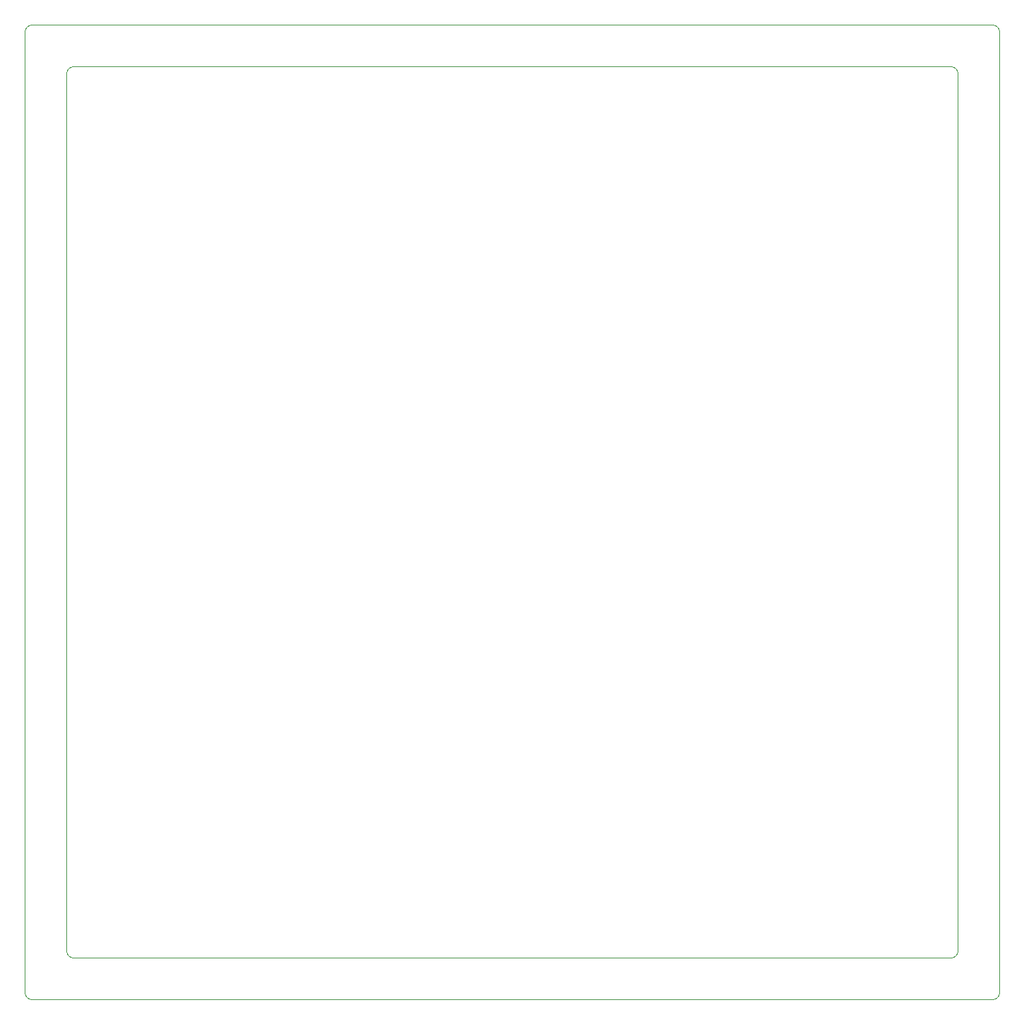
<source format=gko>
%MOIN*%
%OFA0B0*%
%FSLAX36Y36*%
%IPPOS*%
%LPD*%
%ADD10C,0*%
D10*
X000000000Y000039370D02*
X000000987Y000030609D01*
X000003898Y000022288D01*
X000008589Y000014823D01*
X000014823Y000008589D01*
X000022288Y000003898D01*
X000030609Y000000987D01*
X000039370Y000000000D01*
X004566929Y000000000D01*
X004575689Y000000987D01*
X004584011Y000003898D01*
X004591475Y000008589D01*
X004597709Y000014823D01*
X004602400Y000022288D01*
X004605312Y000030609D01*
X004606299Y000039370D01*
X004606299Y004566929D01*
X004605312Y004575689D01*
X004602400Y004584011D01*
X004597709Y004591475D01*
X004591475Y004597709D01*
X004584011Y004602400D01*
X004575689Y004605312D01*
X004566929Y004606299D01*
X000039370Y004606299D01*
X000030609Y004605312D01*
X000022288Y004602400D01*
X000014823Y004597709D01*
X000008589Y004591475D01*
X000003898Y004584011D01*
X000000987Y004575689D01*
X000000000Y004566929D01*
X000000000Y000039370D01*
X000196850Y000236220D02*
X000197837Y000227459D01*
X000200749Y000219138D01*
X000205439Y000211673D01*
X000211673Y000205439D01*
X000219138Y000200749D01*
X000227459Y000197837D01*
X000236220Y000196850D01*
X004370078Y000196850D01*
X004378839Y000197837D01*
X004387160Y000200749D01*
X004394625Y000205439D01*
X004400859Y000211673D01*
X004405549Y000219138D01*
X004408461Y000227459D01*
X004409448Y000236220D01*
X004409448Y004370078D01*
X004408461Y004378839D01*
X004405549Y004387160D01*
X004400859Y004394625D01*
X004394625Y004400859D01*
X004387160Y004405549D01*
X004378839Y004408461D01*
X004370078Y004409448D01*
X000236220Y004409448D01*
X000227459Y004408461D01*
X000219138Y004405549D01*
X000211673Y004400859D01*
X000205439Y004394625D01*
X000200749Y004387160D01*
X000197837Y004378839D01*
X000196850Y004370078D01*
X000196850Y000236220D01*
M02*
</source>
